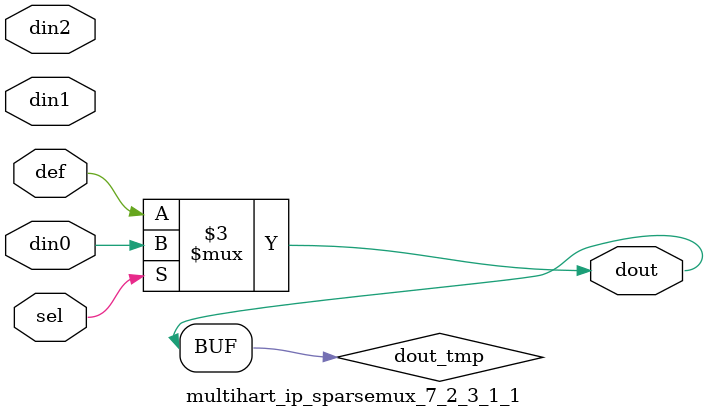
<source format=v>
`timescale 1ns / 1ps

module multihart_ip_sparsemux_7_2_3_1_1 (din0,din1,din2,def,sel,dout);

parameter din0_WIDTH = 1;

parameter din1_WIDTH = 1;

parameter din2_WIDTH = 1;

parameter def_WIDTH = 1;
parameter sel_WIDTH = 1;
parameter dout_WIDTH = 1;

parameter [sel_WIDTH-1:0] CASE0 = 1;

parameter [sel_WIDTH-1:0] CASE1 = 1;

parameter [sel_WIDTH-1:0] CASE2 = 1;

parameter ID = 1;
parameter NUM_STAGE = 1;



input [din0_WIDTH-1:0] din0;

input [din1_WIDTH-1:0] din1;

input [din2_WIDTH-1:0] din2;

input [def_WIDTH-1:0] def;
input [sel_WIDTH-1:0] sel;

output [dout_WIDTH-1:0] dout;



reg [dout_WIDTH-1:0] dout_tmp;


always @ (*) begin
(* parallel_case *) case (sel)
    
    CASE0 : dout_tmp = din0;
    
    CASE1 : dout_tmp = din1;
    
    CASE2 : dout_tmp = din2;
    
    default : dout_tmp = def;
endcase
end


assign dout = dout_tmp;



endmodule

</source>
